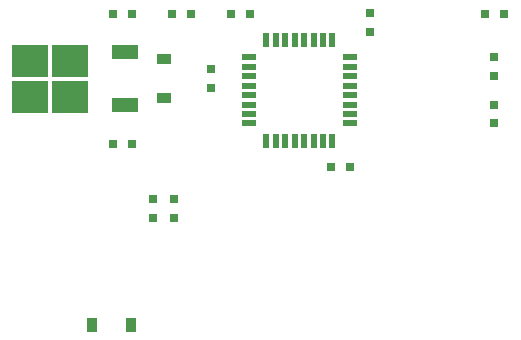
<source format=gtp>
G04 #@! TF.GenerationSoftware,KiCad,Pcbnew,(5.0.2)-1*
G04 #@! TF.CreationDate,2020-05-05T14:41:23+09:00*
G04 #@! TF.ProjectId,Ground,47726f75-6e64-42e6-9b69-6361645f7063,rev?*
G04 #@! TF.SameCoordinates,Original*
G04 #@! TF.FileFunction,Paste,Top*
G04 #@! TF.FilePolarity,Positive*
%FSLAX46Y46*%
G04 Gerber Fmt 4.6, Leading zero omitted, Abs format (unit mm)*
G04 Created by KiCad (PCBNEW (5.0.2)-1) date 2020/05/05 14:41:23*
%MOMM*%
%LPD*%
G01*
G04 APERTURE LIST*
%ADD10R,1.200000X0.900000*%
%ADD11R,0.800000X0.800000*%
%ADD12R,1.200000X0.600000*%
%ADD13R,0.600000X1.200000*%
%ADD14R,2.200000X1.200000*%
%ADD15R,3.050000X2.750000*%
%ADD16R,0.900000X1.200000*%
G04 APERTURE END LIST*
D10*
G04 #@! TO.C,D2*
X118500000Y-83150000D03*
X118500000Y-79850000D03*
G04 #@! TD*
D11*
G04 #@! TO.C,C2*
X114200000Y-87000000D03*
X115800000Y-87000000D03*
G04 #@! TD*
G04 #@! TO.C,C3*
X146500000Y-83700000D03*
X146500000Y-85300000D03*
G04 #@! TD*
G04 #@! TO.C,C4*
X146500000Y-79700000D03*
X146500000Y-81300000D03*
G04 #@! TD*
G04 #@! TO.C,C5*
X114200000Y-76000000D03*
X115800000Y-76000000D03*
G04 #@! TD*
G04 #@! TO.C,C6*
X132700000Y-89000000D03*
X134300000Y-89000000D03*
G04 #@! TD*
G04 #@! TO.C,C7*
X125800000Y-76000000D03*
X124200000Y-76000000D03*
G04 #@! TD*
G04 #@! TO.C,C8*
X136000000Y-77550000D03*
X136000000Y-75950000D03*
G04 #@! TD*
G04 #@! TO.C,D3*
X120800000Y-76000000D03*
X119200000Y-76000000D03*
G04 #@! TD*
G04 #@! TO.C,R1*
X147300000Y-76000000D03*
X145700000Y-76000000D03*
G04 #@! TD*
G04 #@! TO.C,R2*
X122500000Y-80700000D03*
X122500000Y-82300000D03*
G04 #@! TD*
G04 #@! TO.C,R3*
X117600000Y-93300000D03*
X117600000Y-91700000D03*
G04 #@! TD*
G04 #@! TO.C,R4*
X119400000Y-91700000D03*
X119400000Y-93300000D03*
G04 #@! TD*
D12*
G04 #@! TO.C,U1*
X134250000Y-85300000D03*
X134250000Y-84500000D03*
X134250000Y-83700000D03*
X134250000Y-82900000D03*
X134250000Y-82100000D03*
X134250000Y-81300000D03*
X134250000Y-80500000D03*
X134250000Y-79700000D03*
D13*
X132800000Y-78250000D03*
X132000000Y-78250000D03*
X131200000Y-78250000D03*
X130400000Y-78250000D03*
X129600000Y-78250000D03*
X128800000Y-78250000D03*
X128000000Y-78250000D03*
X127200000Y-78250000D03*
D12*
X125750000Y-79700000D03*
X125750000Y-80500000D03*
X125750000Y-81300000D03*
X125750000Y-82100000D03*
X125750000Y-82900000D03*
X125750000Y-83700000D03*
X125750000Y-84500000D03*
X125750000Y-85300000D03*
D13*
X127200000Y-86750000D03*
X128000000Y-86750000D03*
X128800000Y-86750000D03*
X129600000Y-86750000D03*
X130400000Y-86750000D03*
X131200000Y-86750000D03*
X132000000Y-86750000D03*
X132800000Y-86750000D03*
G04 #@! TD*
D14*
G04 #@! TO.C,U2*
X115200000Y-83780000D03*
X115200000Y-79220000D03*
D15*
X107225000Y-79975000D03*
X110575000Y-83025000D03*
X107225000Y-83025000D03*
X110575000Y-79975000D03*
G04 #@! TD*
D16*
G04 #@! TO.C,D1*
X115750000Y-102350000D03*
X112450000Y-102350000D03*
G04 #@! TD*
M02*

</source>
